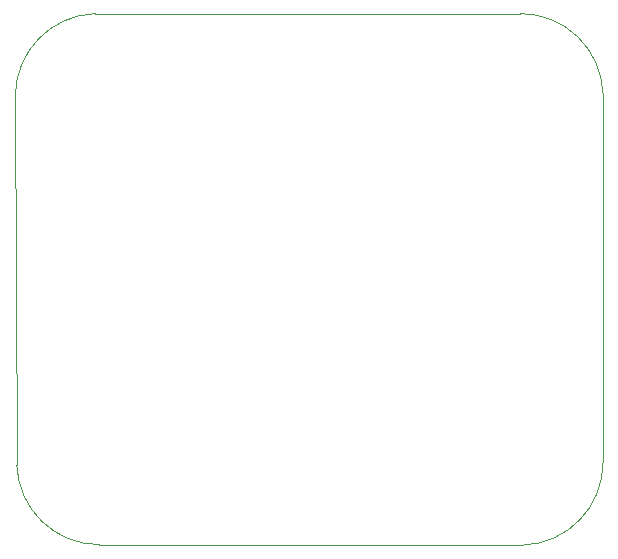
<source format=gbr>
%TF.GenerationSoftware,KiCad,Pcbnew,8.0.5*%
%TF.CreationDate,2024-10-05T15:02:32-05:00*%
%TF.ProjectId,HornsBoard,486f726e-7342-46f6-9172-642e6b696361,0.0*%
%TF.SameCoordinates,Original*%
%TF.FileFunction,Profile,NP*%
%FSLAX46Y46*%
G04 Gerber Fmt 4.6, Leading zero omitted, Abs format (unit mm)*
G04 Created by KiCad (PCBNEW 8.0.5) date 2024-10-05 15:02:32*
%MOMM*%
%LPD*%
G01*
G04 APERTURE LIST*
%TA.AperFunction,Profile*%
%ADD10C,0.100000*%
%TD*%
G04 APERTURE END LIST*
D10*
X127113712Y-117709484D02*
X126995538Y-86499999D01*
X176750000Y-86250000D02*
X176754462Y-117500000D01*
X126995538Y-86499999D02*
G75*
G02*
X133750000Y-79500001I7004462J-1D01*
G01*
X133750000Y-79500000D02*
X169750001Y-79495538D01*
X170000000Y-124499999D02*
X134113711Y-124463946D01*
X169750001Y-79495538D02*
G75*
G02*
X176749999Y-86250000I-1J-7004462D01*
G01*
X176754462Y-117500000D02*
G75*
G02*
X170000000Y-124499999I-7004462J0D01*
G01*
X134113711Y-124463946D02*
G75*
G02*
X127113716Y-117709484I-11J7004446D01*
G01*
M02*

</source>
